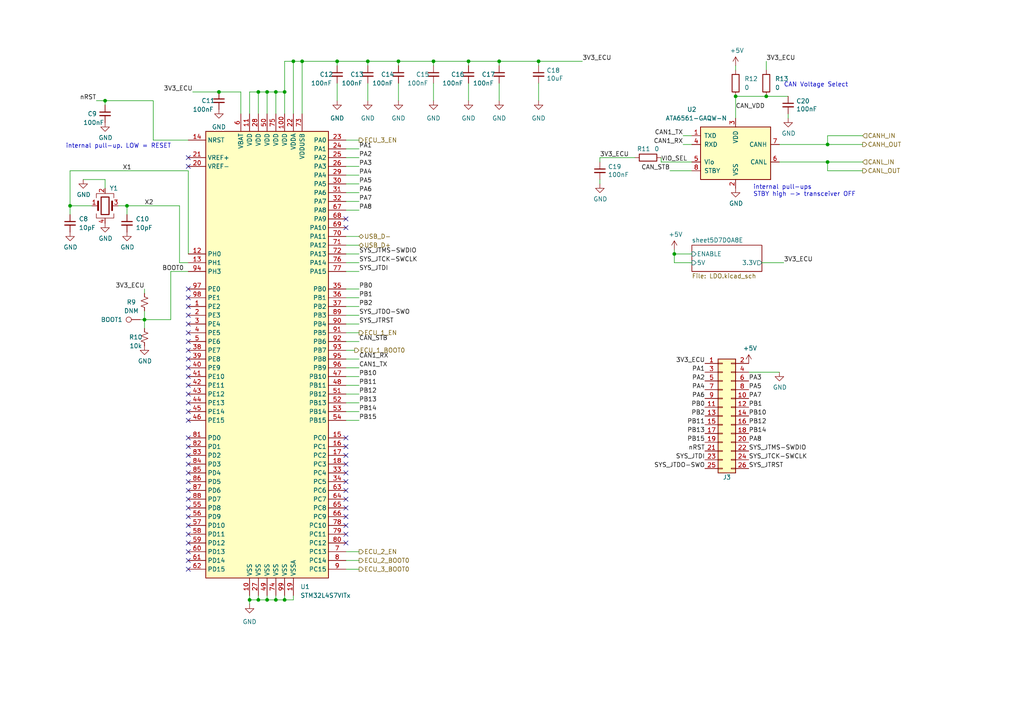
<source format=kicad_sch>
(kicad_sch (version 20211123) (generator eeschema)
  (paper "A4")
  (title_block (title "RAMN: Resistant Automotive Miniature Network V1.0") (date "2022-09-30") (rev "100Pin Variant") (company "Copyright (c) 2021 TOYOTA MOTOR CORPORATION. ALL RIGHTS RESERVED.") (comment 3 "License: CC BY-SA 4.0") (comment 4 "https://github.com/toyotainfotech/ramn"))
  (lib_symbols
    (symbol "Connector:TestPoint" (pin_numbers hide) (pin_names (offset 0.762) hide)
      (property "Reference" "TP" (at 0 6.858 0))
      (property "Value" "TestPoint" (at 0 5.08 0))
      (symbol "TestPoint_0_1"
        (circle (center 0 3.302) (radius 0.762))
      )
      (symbol "TestPoint_1_1"
        (pin passive line (at 0 0 90) (length 2.54) (name "1") (number "1"))
      )
    )
    (symbol "Connector_Generic:Conn_02x13_Odd_Even" (pin_names (offset 1.016) hide)
      (property "Reference" "J" (at 1.27 17.78 0))
      (property "Value" "Conn_02x13_Odd_Even" (at 1.27 -17.78 0))
      (symbol "Conn_02x13_Odd_Even_1_1"
        (rectangle (start -1.27 -15.113) (end 0 -15.367) (stroke (width 0.1524)))
        (rectangle (start -1.27 -12.573) (end 0 -12.827) (stroke (width 0.1524)))
        (rectangle (start -1.27 -10.033) (end 0 -10.287) (stroke (width 0.1524)))
        (rectangle (start -1.27 -7.493) (end 0 -7.747) (stroke (width 0.1524)))
        (rectangle (start -1.27 -4.953) (end 0 -5.207) (stroke (width 0.1524)))
        (rectangle (start -1.27 -2.413) (end 0 -2.667) (stroke (width 0.1524)))
        (rectangle (start -1.27 0.127) (end 0 -0.127) (stroke (width 0.1524)))
        (rectangle (start -1.27 2.667) (end 0 2.413) (stroke (width 0.1524)))
        (rectangle (start -1.27 5.207) (end 0 4.953) (stroke (width 0.1524)))
        (rectangle (start -1.27 7.747) (end 0 7.493) (stroke (width 0.1524)))
        (rectangle (start -1.27 10.287) (end 0 10.033) (stroke (width 0.1524)))
        (rectangle (start -1.27 12.827) (end 0 12.573) (stroke (width 0.1524)))
        (rectangle (start -1.27 15.367) (end 0 15.113) (stroke (width 0.1524)))
        (rectangle (start -1.27 16.51) (end 3.81 -16.51) (stroke (width 0.254)) (fill (type background)))
        (rectangle (start 3.81 -15.113) (end 2.54 -15.367) (stroke (width 0.1524)))
        (rectangle (start 3.81 -12.573) (end 2.54 -12.827) (stroke (width 0.1524)))
        (rectangle (start 3.81 -10.033) (end 2.54 -10.287) (stroke (width 0.1524)))
        (rectangle (start 3.81 -7.493) (end 2.54 -7.747) (stroke (width 0.1524)))
        (rectangle (start 3.81 -4.953) (end 2.54 -5.207) (stroke (width 0.1524)))
        (rectangle (start 3.81 -2.413) (end 2.54 -2.667) (stroke (width 0.1524)))
        (rectangle (start 3.81 0.127) (end 2.54 -0.127) (stroke (width 0.1524)))
        (rectangle (start 3.81 2.667) (end 2.54 2.413) (stroke (width 0.1524)))
        (rectangle (start 3.81 5.207) (end 2.54 4.953) (stroke (width 0.1524)))
        (rectangle (start 3.81 7.747) (end 2.54 7.493) (stroke (width 0.1524)))
        (rectangle (start 3.81 10.287) (end 2.54 10.033) (stroke (width 0.1524)))
        (rectangle (start 3.81 12.827) (end 2.54 12.573) (stroke (width 0.1524)))
        (rectangle (start 3.81 15.367) (end 2.54 15.113) (stroke (width 0.1524)))
        (pin passive line (at -5.08 15.24 0) (length 3.81) (name "Pin_1") (number "1"))
        (pin passive line (at 7.62 5.08 180) (length 3.81) (name "Pin_10") (number "10"))
        (pin passive line (at -5.08 2.54 0) (length 3.81) (name "Pin_11") (number "11"))
        (pin passive line (at 7.62 2.54 180) (length 3.81) (name "Pin_12") (number "12"))
        (pin passive line (at -5.08 0 0) (length 3.81) (name "Pin_13") (number "13"))
        (pin passive line (at 7.62 0 180) (length 3.81) (name "Pin_14") (number "14"))
        (pin passive line (at -5.08 -2.54 0) (length 3.81) (name "Pin_15") (number "15"))
        (pin passive line (at 7.62 -2.54 180) (length 3.81) (name "Pin_16") (number "16"))
        (pin passive line (at -5.08 -5.08 0) (length 3.81) (name "Pin_17") (number "17"))
        (pin passive line (at 7.62 -5.08 180) (length 3.81) (name "Pin_18") (number "18"))
        (pin passive line (at -5.08 -7.62 0) (length 3.81) (name "Pin_19") (number "19"))
        (pin passive line (at 7.62 15.24 180) (length 3.81) (name "Pin_2") (number "2"))
        (pin passive line (at 7.62 -7.62 180) (length 3.81) (name "Pin_20") (number "20"))
        (pin passive line (at -5.08 -10.16 0) (length 3.81) (name "Pin_21") (number "21"))
        (pin passive line (at 7.62 -10.16 180) (length 3.81) (name "Pin_22") (number "22"))
        (pin passive line (at -5.08 -12.7 0) (length 3.81) (name "Pin_23") (number "23"))
        (pin passive line (at 7.62 -12.7 180) (length 3.81) (name "Pin_24") (number "24"))
        (pin passive line (at -5.08 -15.24 0) (length 3.81) (name "Pin_25") (number "25"))
        (pin passive line (at 7.62 -15.24 180) (length 3.81) (name "Pin_26") (number "26"))
        (pin passive line (at -5.08 12.7 0) (length 3.81) (name "Pin_3") (number "3"))
        (pin passive line (at 7.62 12.7 180) (length 3.81) (name "Pin_4") (number "4"))
        (pin passive line (at -5.08 10.16 0) (length 3.81) (name "Pin_5") (number "5"))
        (pin passive line (at 7.62 10.16 180) (length 3.81) (name "Pin_6") (number "6"))
        (pin passive line (at -5.08 7.62 0) (length 3.81) (name "Pin_7") (number "7"))
        (pin passive line (at 7.62 7.62 180) (length 3.81) (name "Pin_8") (number "8"))
        (pin passive line (at -5.08 5.08 0) (length 3.81) (name "Pin_9") (number "9"))
      )
    )
    (symbol "Device:C_Small" (pin_numbers hide) (pin_names (offset 0.254) hide)
      (property "Reference" "C" (at 0.254 1.778 0))
      (property "Value" "C_Small" (at 0.254 -2.032 0))
      (symbol "C_Small_0_1"
        (polyline (pts (xy -1.524 -0.508) (xy 1.524 -0.508)) (stroke (width 0.3302)))
        (polyline (pts (xy -1.524 0.508) (xy 1.524 0.508)) (stroke (width 0.3048)))
      )
      (symbol "C_Small_1_1"
        (pin passive line (at 0 2.54 270) (length 2.032) (name "~") (number "1"))
        (pin passive line (at 0 -2.54 90) (length 2.032) (name "~") (number "2"))
      )
    )
    (symbol "Device:Crystal_GND24" (pin_names (offset 1.016) hide)
      (property "Reference" "Y" (at 3.175 5.08 0))
      (property "Value" "Crystal_GND24" (at 3.175 3.175 0))
      (symbol "Crystal_GND24_0_1"
        (rectangle (start -1.143 2.54) (end 1.143 -2.54) (stroke (width 0.3048)))
        (polyline (pts (xy -2.54 0) (xy -2.032 0)))
        (polyline (pts (xy -2.032 -1.27) (xy -2.032 1.27)) (stroke (width 0.508)))
        (polyline (pts (xy 0 -3.81) (xy 0 -3.556)))
        (polyline (pts (xy 0 3.556) (xy 0 3.81)))
        (polyline (pts (xy 2.032 -1.27) (xy 2.032 1.27)) (stroke (width 0.508)))
        (polyline (pts (xy 2.032 0) (xy 2.54 0)))
        (polyline (pts (xy -2.54 -2.286) (xy -2.54 -3.556) (xy 2.54 -3.556) (xy 2.54 -2.286)))
        (polyline (pts (xy -2.54 2.286) (xy -2.54 3.556) (xy 2.54 3.556) (xy 2.54 2.286)))
      )
      (symbol "Crystal_GND24_1_1"
        (pin passive line (at -3.81 0 0) (length 1.27) (name "1") (number "1"))
        (pin passive line (at 0 5.08 270) (length 1.27) (name "2") (number "2"))
        (pin passive line (at 3.81 0 180) (length 1.27) (name "3") (number "3"))
        (pin passive line (at 0 -5.08 90) (length 1.27) (name "4") (number "4"))
      )
    )
    (symbol "Device:R" (pin_numbers hide) (pin_names (offset 0))
      (property "Reference" "R" (at 2.032 0 90))
      (property "Value" "R" (at 0 0 90))
      (symbol "R_0_1"
        (rectangle (start -1.016 -2.54) (end 1.016 2.54) (stroke (width 0.254)))
      )
      (symbol "R_1_1"
        (pin passive line (at 0 3.81 270) (length 1.27) (name "~") (number "1"))
        (pin passive line (at 0 -3.81 90) (length 1.27) (name "~") (number "2"))
      )
    )
    (symbol "Device:R_Small_US" (pin_numbers hide) (pin_names (offset 0.254) hide)
      (property "Reference" "R" (at 0.762 0.508 0))
      (property "Value" "R_Small_US" (at 0.762 -1.016 0))
      (symbol "R_Small_US_1_1"
        (polyline (pts (xy 0 0) (xy 1.016 -0.381) (xy 0 -0.762) (xy -1.016 -1.143) (xy 0 -1.524)))
        (polyline (pts (xy 0 1.524) (xy 1.016 1.143) (xy 0 0.762) (xy -1.016 0.381) (xy 0 0)))
        (pin passive line (at 0 2.54 270) (length 1.016) (name "~") (number "1"))
        (pin passive line (at 0 -2.54 90) (length 1.016) (name "~") (number "2"))
      )
    )
    (symbol "Interface_CAN_LIN:MCP2562-E-SN" (pin_names (offset 1.016))
      (property "Reference" "U" (at -10.16 8.89 0))
      (property "Value" "MCP2562-E-SN" (at 2.54 8.89 0))
      (symbol "MCP2562-E-SN_0_1"
        (rectangle (start -10.16 7.62) (end 10.16 -7.62) (stroke (width 0.254)) (fill (type background)))
      )
      (symbol "MCP2562-E-SN_1_1"
        (pin input line (at -12.7 5.08 0) (length 2.54) (name "TXD") (number "1"))
        (pin power_in line (at 0 -10.16 90) (length 2.54) (name "VSS") (number "2"))
        (pin power_in line (at 0 10.16 270) (length 2.54) (name "VDD") (number "3"))
        (pin output line (at -12.7 2.54 0) (length 2.54) (name "RXD") (number "4"))
        (pin power_in line (at -12.7 -2.54 0) (length 2.54) (name "Vio") (number "5"))
        (pin bidirectional line (at 12.7 -2.54 180) (length 2.54) (name "CANL") (number "6"))
        (pin bidirectional line (at 12.7 2.54 180) (length 2.54) (name "CANH") (number "7"))
        (pin input line (at -12.7 -5.08 0) (length 2.54) (name "STBY") (number "8"))
      )
    )
    (symbol "MCU_ST_STM32L4+:STM32L4S7VITx"
      (property "Reference" "U" (at -17.78 64.77 0))
      (property "Value" "STM32L4S7VITx" (at 12.7 64.77 0))
      (symbol "STM32L4S7VITx_0_1"
        (rectangle (start -17.78 -66.04) (end 17.78 63.5) (stroke (width 0.254)) (fill (type background)))
      )
      (symbol "STM32L4S7VITx_1_1"
        (pin bidirectional line (at -22.86 12.7 0) (length 5.08) (name "PE2") (number "1"))
        (pin power_in line (at -5.08 -71.12 90) (length 5.08) (name "VSS") (number "10"))
        (pin power_in line (at 5.08 68.58 270) (length 5.08) (name "VDD") (number "100"))
        (pin power_in line (at -5.08 68.58 270) (length 5.08) (name "VDD") (number "11"))
        (pin input line (at -22.86 27.94 0) (length 5.08) (name "PH0") (number "12"))
        (pin input line (at -22.86 25.4 0) (length 5.08) (name "PH1") (number "13"))
        (pin input line (at -22.86 60.96 0) (length 5.08) (name "NRST") (number "14"))
        (pin bidirectional line (at 22.86 -25.4 180) (length 5.08) (name "PC0") (number "15"))
        (pin bidirectional line (at 22.86 -27.94 180) (length 5.08) (name "PC1") (number "16"))
        (pin bidirectional line (at 22.86 -30.48 180) (length 5.08) (name "PC2") (number "17"))
        (pin bidirectional line (at 22.86 -33.02 180) (length 5.08) (name "PC3") (number "18"))
        (pin power_in line (at 7.62 -71.12 90) (length 5.08) (name "VSSA") (number "19"))
        (pin bidirectional line (at -22.86 10.16 0) (length 5.08) (name "PE3") (number "2"))
        (pin power_in line (at -22.86 53.34 0) (length 5.08) (name "VREF-") (number "20"))
        (pin bidirectional line (at -22.86 55.88 0) (length 5.08) (name "VREF+") (number "21"))
        (pin power_in line (at 7.62 68.58 270) (length 5.08) (name "VDDA") (number "22"))
        (pin bidirectional line (at 22.86 60.96 180) (length 5.08) (name "PA0") (number "23"))
        (pin bidirectional line (at 22.86 58.42 180) (length 5.08) (name "PA1") (number "24"))
        (pin bidirectional line (at 22.86 55.88 180) (length 5.08) (name "PA2") (number "25"))
        (pin bidirectional line (at 22.86 53.34 180) (length 5.08) (name "PA3") (number "26"))
        (pin power_in line (at -2.54 -71.12 90) (length 5.08) (name "VSS") (number "27"))
        (pin power_in line (at -2.54 68.58 270) (length 5.08) (name "VDD") (number "28"))
        (pin bidirectional line (at 22.86 50.8 180) (length 5.08) (name "PA4") (number "29"))
        (pin bidirectional line (at -22.86 7.62 0) (length 5.08) (name "PE4") (number "3"))
        (pin bidirectional line (at 22.86 48.26 180) (length 5.08) (name "PA5") (number "30"))
        (pin bidirectional line (at 22.86 45.72 180) (length 5.08) (name "PA6") (number "31"))
        (pin bidirectional line (at 22.86 43.18 180) (length 5.08) (name "PA7") (number "32"))
        (pin bidirectional line (at 22.86 -35.56 180) (length 5.08) (name "PC4") (number "33"))
        (pin bidirectional line (at 22.86 -38.1 180) (length 5.08) (name "PC5") (number "34"))
        (pin bidirectional line (at 22.86 17.78 180) (length 5.08) (name "PB0") (number "35"))
        (pin bidirectional line (at 22.86 15.24 180) (length 5.08) (name "PB1") (number "36"))
        (pin bidirectional line (at 22.86 12.7 180) (length 5.08) (name "PB2") (number "37"))
        (pin bidirectional line (at -22.86 0 0) (length 5.08) (name "PE7") (number "38"))
        (pin bidirectional line (at -22.86 -2.54 0) (length 5.08) (name "PE8") (number "39"))
        (pin bidirectional line (at -22.86 5.08 0) (length 5.08) (name "PE5") (number "4"))
        (pin bidirectional line (at -22.86 -5.08 0) (length 5.08) (name "PE9") (number "40"))
        (pin bidirectional line (at -22.86 -7.62 0) (length 5.08) (name "PE10") (number "41"))
        (pin bidirectional line (at -22.86 -10.16 0) (length 5.08) (name "PE11") (number "42"))
        (pin bidirectional line (at -22.86 -12.7 0) (length 5.08) (name "PE12") (number "43"))
        (pin bidirectional line (at -22.86 -15.24 0) (length 5.08) (name "PE13") (number "44"))
        (pin bidirectional line (at -22.86 -17.78 0) (length 5.08) (name "PE14") (number "45"))
        (pin bidirectional line (at -22.86 -20.32 0) (length 5.08) (name "PE15") (number "46"))
        (pin bidirectional line (at 22.86 -7.62 180) (length 5.08) (name "PB10") (number "47"))
        (pin bidirectional line (at 22.86 -10.16 180) (length 5.08) (name "PB11") (number "48"))
        (pin power_in line (at 0 -71.12 90) (length 5.08) (name "VSS") (number "49"))
        (pin bidirectional line (at -22.86 2.54 0) (length 5.08) (name "PE6") (number "5"))
        (pin power_in line (at 0 68.58 270) (length 5.08) (name "VDD") (number "50"))
        (pin bidirectional line (at 22.86 -12.7 180) (length 5.08) (name "PB12") (number "51"))
        (pin bidirectional line (at 22.86 -15.24 180) (length 5.08) (name "PB13") (number "52"))
        (pin bidirectional line (at 22.86 -17.78 180) (length 5.08) (name "PB14") (number "53"))
        (pin bidirectional line (at 22.86 -20.32 180) (length 5.08) (name "PB15") (number "54"))
        (pin bidirectional line (at -22.86 -45.72 0) (length 5.08) (name "PD8") (number "55"))
        (pin bidirectional line (at -22.86 -48.26 0) (length 5.08) (name "PD9") (number "56"))
        (pin bidirectional line (at -22.86 -50.8 0) (length 5.08) (name "PD10") (number "57"))
        (pin bidirectional line (at -22.86 -53.34 0) (length 5.08) (name "PD11") (number "58"))
        (pin bidirectional line (at -22.86 -55.88 0) (length 5.08) (name "PD12") (number "59"))
        (pin power_in line (at -7.62 68.58 270) (length 5.08) (name "VBAT") (number "6"))
        (pin bidirectional line (at -22.86 -58.42 0) (length 5.08) (name "PD13") (number "60"))
        (pin bidirectional line (at -22.86 -60.96 0) (length 5.08) (name "PD14") (number "61"))
        (pin bidirectional line (at -22.86 -63.5 0) (length 5.08) (name "PD15") (number "62"))
        (pin bidirectional line (at 22.86 -40.64 180) (length 5.08) (name "PC6") (number "63"))
        (pin bidirectional line (at 22.86 -43.18 180) (length 5.08) (name "PC7") (number "64"))
        (pin bidirectional line (at 22.86 -45.72 180) (length 5.08) (name "PC8") (number "65"))
        (pin bidirectional line (at 22.86 -48.26 180) (length 5.08) (name "PC9") (number "66"))
        (pin bidirectional line (at 22.86 40.64 180) (length 5.08) (name "PA8") (number "67"))
        (pin bidirectional line (at 22.86 38.1 180) (length 5.08) (name "PA9") (number "68"))
        (pin bidirectional line (at 22.86 35.56 180) (length 5.08) (name "PA10") (number "69"))
        (pin bidirectional line (at 22.86 -58.42 180) (length 5.08) (name "PC13") (number "7"))
        (pin bidirectional line (at 22.86 33.02 180) (length 5.08) (name "PA11") (number "70"))
        (pin bidirectional line (at 22.86 30.48 180) (length 5.08) (name "PA12") (number "71"))
        (pin bidirectional line (at 22.86 27.94 180) (length 5.08) (name "PA13") (number "72"))
        (pin power_in line (at 10.16 68.58 270) (length 5.08) (name "VDDUSB") (number "73"))
        (pin power_in line (at 2.54 -71.12 90) (length 5.08) (name "VSS") (number "74"))
        (pin power_in line (at 2.54 68.58 270) (length 5.08) (name "VDD") (number "75"))
        (pin bidirectional line (at 22.86 25.4 180) (length 5.08) (name "PA14") (number "76"))
        (pin bidirectional line (at 22.86 22.86 180) (length 5.08) (name "PA15") (number "77"))
        (pin bidirectional line (at 22.86 -50.8 180) (length 5.08) (name "PC10") (number "78"))
        (pin bidirectional line (at 22.86 -53.34 180) (length 5.08) (name "PC11") (number "79"))
        (pin bidirectional line (at 22.86 -60.96 180) (length 5.08) (name "PC14") (number "8"))
        (pin bidirectional line (at 22.86 -55.88 180) (length 5.08) (name "PC12") (number "80"))
        (pin bidirectional line (at -22.86 -25.4 0) (length 5.08) (name "PD0") (number "81"))
        (pin bidirectional line (at -22.86 -27.94 0) (length 5.08) (name "PD1") (number "82"))
        (pin bidirectional line (at -22.86 -30.48 0) (length 5.08) (name "PD2") (number "83"))
        (pin bidirectional line (at -22.86 -33.02 0) (length 5.08) (name "PD3") (number "84"))
        (pin bidirectional line (at -22.86 -35.56 0) (length 5.08) (name "PD4") (number "85"))
        (pin bidirectional line (at -22.86 -38.1 0) (length 5.08) (name "PD5") (number "86"))
        (pin bidirectional line (at -22.86 -40.64 0) (length 5.08) (name "PD6") (number "87"))
        (pin bidirectional line (at -22.86 -43.18 0) (length 5.08) (name "PD7") (number "88"))
        (pin bidirectional line (at 22.86 10.16 180) (length 5.08) (name "PB3") (number "89"))
        (pin bidirectional line (at 22.86 -63.5 180) (length 5.08) (name "PC15") (number "9"))
        (pin bidirectional line (at 22.86 7.62 180) (length 5.08) (name "PB4") (number "90"))
        (pin bidirectional line (at 22.86 5.08 180) (length 5.08) (name "PB5") (number "91"))
        (pin bidirectional line (at 22.86 2.54 180) (length 5.08) (name "PB6") (number "92"))
        (pin bidirectional line (at 22.86 0 180) (length 5.08) (name "PB7") (number "93"))
        (pin bidirectional line (at -22.86 22.86 0) (length 5.08) (name "PH3") (number "94"))
        (pin bidirectional line (at 22.86 -2.54 180) (length 5.08) (name "PB8") (number "95"))
        (pin bidirectional line (at 22.86 -5.08 180) (length 5.08) (name "PB9") (number "96"))
        (pin bidirectional line (at -22.86 17.78 0) (length 5.08) (name "PE0") (number "97"))
        (pin bidirectional line (at -22.86 15.24 0) (length 5.08) (name "PE1") (number "98"))
        (pin power_in line (at 5.08 -71.12 90) (length 5.08) (name "VSS") (number "99"))
      )
    )
    (symbol "power:+5V" (power) (pin_names (offset 0))
      (property "Value" "+5V" (at 0 3.556 0))
      (symbol "+5V_0_1"
        (polyline (pts (xy -0.762 1.27) (xy 0 2.54)))
        (polyline (pts (xy 0 0) (xy 0 2.54)))
        (polyline (pts (xy 0 2.54) (xy 0.762 1.27)))
      )
      (symbol "+5V_1_1"
        (pin power_in line (at 0 0 90) (length 0) hide (name "+5V") (number "1"))
      )
    )
    (symbol "power:GND" (power) (pin_names (offset 0))
      (property "Value" "GND" (at 0 -3.81 0))
      (symbol "GND_0_1"
        (polyline (pts (xy 0 0) (xy 0 -1.27) (xy 1.27 -1.27) (xy 0 -2.54) (xy -1.27 -1.27) (xy 0 -1.27)))
      )
      (symbol "GND_1_1"
        (pin power_in line (at 0 0 270) (length 0) hide (name "GND") (number "1"))
      )
    )
  )
  (junction (at 213.36 27.94))
  (junction (at 63.5 26.67))
  (junction (at 144.78 17.78))
  (junction (at 36.83 59.69))
  (junction (at 195.58 73.66))
  (junction (at 30.48 29.21))
  (junction (at 72.39 173.99))
  (junction (at 115.57 17.78))
  (junction (at 77.47 26.67))
  (junction (at 80.01 26.67))
  (junction (at 82.55 26.67))
  (junction (at 240.03 41.91))
  (junction (at 74.93 173.99))
  (junction (at 156.21 17.78))
  (junction (at 20.32 59.69))
  (junction (at 135.89 17.78))
  (junction (at 97.79 17.78))
  (junction (at 222.25 27.94))
  (junction (at 125.73 17.78))
  (junction (at 74.93 26.67))
  (junction (at 87.63 17.78))
  (junction (at 240.03 46.99))
  (junction (at 77.47 173.99))
  (junction (at 41.91 92.71))
  (junction (at 85.09 17.78))
  (junction (at 80.01 173.99))
  (junction (at 82.55 173.99))
  (junction (at 106.68 17.78))
  (no_connect (at 100.33 127))
  (no_connect (at 100.33 129.54))
  (no_connect (at 54.61 165.1))
  (no_connect (at 54.61 93.98))
  (no_connect (at 54.61 91.44))
  (no_connect (at 54.61 88.9))
  (no_connect (at 54.61 86.36))
  (no_connect (at 54.61 83.82))
  (no_connect (at 100.33 144.78))
  (no_connect (at 100.33 147.32))
  (no_connect (at 100.33 149.86))
  (no_connect (at 100.33 152.4))
  (no_connect (at 100.33 132.08))
  (no_connect (at 100.33 134.62))
  (no_connect (at 100.33 137.16))
  (no_connect (at 100.33 139.7))
  (no_connect (at 100.33 142.24))
  (no_connect (at 54.61 134.62))
  (no_connect (at 54.61 132.08))
  (no_connect (at 54.61 129.54))
  (no_connect (at 54.61 127))
  (no_connect (at 54.61 121.92))
  (no_connect (at 54.61 119.38))
  (no_connect (at 54.61 116.84))
  (no_connect (at 54.61 114.3))
  (no_connect (at 54.61 111.76))
  (no_connect (at 54.61 109.22))
  (no_connect (at 54.61 106.68))
  (no_connect (at 54.61 104.14))
  (no_connect (at 54.61 101.6))
  (no_connect (at 54.61 99.06))
  (no_connect (at 54.61 96.52))
  (no_connect (at 100.33 154.94))
  (no_connect (at 100.33 157.48))
  (no_connect (at 54.61 157.48))
  (no_connect (at 54.61 154.94))
  (no_connect (at 54.61 147.32))
  (no_connect (at 54.61 144.78))
  (no_connect (at 54.61 142.24))
  (no_connect (at 54.61 139.7))
  (no_connect (at 54.61 137.16))
  (no_connect (at 54.61 162.56))
  (no_connect (at 54.61 160.02))
  (no_connect (at 54.61 152.4))
  (no_connect (at 54.61 149.86))
  (no_connect (at 54.61 48.26))
  (no_connect (at 54.61 45.72))
  (no_connect (at 100.33 63.5))
  (no_connect (at 100.33 66.04))
  (wire (pts (xy 77.47 173.99) (xy 74.93 173.99)))
  (wire (pts (xy 173.99 45.72) (xy 184.15 45.72)))
  (wire (pts (xy 100.33 45.72) (xy 104.14 45.72)))
  (wire (pts (xy 69.85 33.02) (xy 69.85 26.67)))
  (wire (pts (xy 72.39 172.72) (xy 72.39 173.99)))
  (wire (pts (xy 97.79 24.13) (xy 97.79 29.21)))
  (wire (pts (xy 115.57 19.05) (xy 115.57 17.78)))
  (wire (pts (xy 20.32 49.53) (xy 20.32 59.69)))
  (wire (pts (xy 100.33 48.26) (xy 104.14 48.26)))
  (wire (pts (xy 100.33 78.74) (xy 104.14 78.74)))
  (wire (pts (xy 80.01 172.72) (xy 80.01 173.99)))
  (wire (pts (xy 36.83 59.69) (xy 36.83 62.23)))
  (wire (pts (xy 240.03 41.91) (xy 240.03 39.37)))
  (wire (pts (xy 135.89 24.13) (xy 135.89 29.21)))
  (wire (pts (xy 240.03 49.53) (xy 250.19 49.53)))
  (wire (pts (xy 220.98 76.2) (xy 227.33 76.2)))
  (wire (pts (xy 100.33 50.8) (xy 104.14 50.8)))
  (wire (pts (xy 87.63 17.78) (xy 87.63 33.02)))
  (wire (pts (xy 100.33 58.42) (xy 104.14 58.42)))
  (wire (pts (xy 240.03 39.37) (xy 250.19 39.37)))
  (wire (pts (xy 54.61 76.2) (xy 52.07 76.2)))
  (wire (pts (xy 54.61 73.66) (xy 54.61 49.53)))
  (wire (pts (xy 97.79 17.78) (xy 87.63 17.78)))
  (wire (pts (xy 54.61 49.53) (xy 20.32 49.53)))
  (wire (pts (xy 30.48 30.48) (xy 30.48 29.21)))
  (wire (pts (xy 222.25 17.78) (xy 222.25 20.32)))
  (wire (pts (xy 77.47 172.72) (xy 77.47 173.99)))
  (wire (pts (xy 100.33 162.56) (xy 104.14 162.56)))
  (wire (pts (xy 156.21 19.05) (xy 156.21 17.78)))
  (wire (pts (xy 97.79 17.78) (xy 106.68 17.78)))
  (wire (pts (xy 100.33 101.6) (xy 102.87 101.6)))
  (wire (pts (xy 100.33 111.76) (xy 104.14 111.76)))
  (wire (pts (xy 191.77 46.99) (xy 191.77 45.72)))
  (wire (pts (xy 195.58 76.2) (xy 200.66 76.2)))
  (wire (pts (xy 87.63 17.78) (xy 85.09 17.78)))
  (wire (pts (xy 200.66 73.66) (xy 195.58 73.66)))
  (wire (pts (xy 82.55 17.78) (xy 82.55 26.67)))
  (wire (pts (xy 100.33 53.34) (xy 104.14 53.34)))
  (wire (pts (xy 100.33 114.3) (xy 104.14 114.3)))
  (wire (pts (xy 106.68 24.13) (xy 106.68 29.21)))
  (wire (pts (xy 85.09 173.99) (xy 82.55 173.99)))
  (wire (pts (xy 100.33 60.96) (xy 104.14 60.96)))
  (wire (pts (xy 100.33 104.14) (xy 104.14 104.14)))
  (wire (pts (xy 49.53 78.74) (xy 54.61 78.74)))
  (wire (pts (xy 100.33 71.12) (xy 104.14 71.12)))
  (wire (pts (xy 100.33 43.18) (xy 104.14 43.18)))
  (wire (pts (xy 80.01 26.67) (xy 82.55 26.67)))
  (wire (pts (xy 100.33 160.02) (xy 104.14 160.02)))
  (wire (pts (xy 200.66 46.99) (xy 191.77 46.99)))
  (wire (pts (xy 30.48 29.21) (xy 27.94 29.21)))
  (wire (pts (xy 240.03 46.99) (xy 250.19 46.99)))
  (wire (pts (xy 82.55 172.72) (xy 82.55 173.99)))
  (wire (pts (xy 69.85 26.67) (xy 63.5 26.67)))
  (wire (pts (xy 77.47 33.02) (xy 77.47 26.67)))
  (wire (pts (xy 30.48 52.07) (xy 30.48 54.61)))
  (wire (pts (xy 156.21 17.78) (xy 168.91 17.78)))
  (wire (pts (xy 44.45 40.64) (xy 54.61 40.64)))
  (wire (pts (xy 80.01 173.99) (xy 77.47 173.99)))
  (wire (pts (xy 74.93 26.67) (xy 77.47 26.67)))
  (wire (pts (xy 195.58 73.66) (xy 195.58 76.2)))
  (wire (pts (xy 100.33 55.88) (xy 104.14 55.88)))
  (wire (pts (xy 72.39 173.99) (xy 72.39 175.26)))
  (wire (pts (xy 72.39 33.02) (xy 72.39 26.67)))
  (wire (pts (xy 30.48 29.21) (xy 44.45 29.21)))
  (wire (pts (xy 135.89 17.78) (xy 125.73 17.78)))
  (wire (pts (xy 226.06 41.91) (xy 240.03 41.91)))
  (wire (pts (xy 198.12 41.91) (xy 200.66 41.91)))
  (wire (pts (xy 144.78 17.78) (xy 144.78 19.05)))
  (wire (pts (xy 100.33 88.9) (xy 104.14 88.9)))
  (wire (pts (xy 195.58 72.39) (xy 195.58 73.66)))
  (wire (pts (xy 222.25 27.94) (xy 228.6 27.94)))
  (wire (pts (xy 80.01 33.02) (xy 80.01 26.67)))
  (wire (pts (xy 100.33 119.38) (xy 104.14 119.38)))
  (wire (pts (xy 125.73 24.13) (xy 125.73 29.21)))
  (wire (pts (xy 100.33 116.84) (xy 104.14 116.84)))
  (wire (pts (xy 72.39 26.67) (xy 74.93 26.67)))
  (wire (pts (xy 240.03 41.91) (xy 250.19 41.91)))
  (wire (pts (xy 41.91 92.71) (xy 41.91 95.25)))
  (wire (pts (xy 74.93 173.99) (xy 72.39 173.99)))
  (wire (pts (xy 49.53 92.71) (xy 41.91 92.71)))
  (wire (pts (xy 41.91 83.82) (xy 41.91 85.09)))
  (wire (pts (xy 115.57 17.78) (xy 125.73 17.78)))
  (wire (pts (xy 156.21 24.13) (xy 156.21 29.21)))
  (wire (pts (xy 85.09 172.72) (xy 85.09 173.99)))
  (wire (pts (xy 135.89 17.78) (xy 144.78 17.78)))
  (wire (pts (xy 100.33 165.1) (xy 104.14 165.1)))
  (wire (pts (xy 100.33 68.58) (xy 104.14 68.58)))
  (wire (pts (xy 52.07 59.69) (xy 36.83 59.69)))
  (wire (pts (xy 44.45 29.21) (xy 44.45 40.64)))
  (wire (pts (xy 82.55 33.02) (xy 82.55 26.67)))
  (wire (pts (xy 74.93 172.72) (xy 74.93 173.99)))
  (wire (pts (xy 217.17 107.95) (xy 226.06 107.95)))
  (wire (pts (xy 213.36 27.94) (xy 222.25 27.94)))
  (wire (pts (xy 213.36 19.05) (xy 213.36 20.32)))
  (wire (pts (xy 74.93 33.02) (xy 74.93 26.67)))
  (wire (pts (xy 226.06 46.99) (xy 240.03 46.99)))
  (wire (pts (xy 77.47 26.67) (xy 80.01 26.67)))
  (wire (pts (xy 198.12 39.37) (xy 200.66 39.37)))
  (wire (pts (xy 100.33 86.36) (xy 104.14 86.36)))
  (wire (pts (xy 85.09 17.78) (xy 85.09 33.02)))
  (wire (pts (xy 106.68 17.78) (xy 115.57 17.78)))
  (wire (pts (xy 82.55 173.99) (xy 80.01 173.99)))
  (wire (pts (xy 100.33 83.82) (xy 104.14 83.82)))
  (wire (pts (xy 200.66 49.53) (xy 194.31 49.53)))
  (wire (pts (xy 97.79 19.05) (xy 97.79 17.78)))
  (wire (pts (xy 173.99 45.72) (xy 173.99 46.99)))
  (wire (pts (xy 41.91 92.71) (xy 40.64 92.71)))
  (wire (pts (xy 135.89 19.05) (xy 135.89 17.78)))
  (wire (pts (xy 52.07 76.2) (xy 52.07 59.69)))
  (wire (pts (xy 100.33 106.68) (xy 104.14 106.68)))
  (wire (pts (xy 125.73 17.78) (xy 125.73 19.05)))
  (wire (pts (xy 100.33 99.06) (xy 104.14 99.06)))
  (wire (pts (xy 49.53 78.74) (xy 49.53 92.71)))
  (wire (pts (xy 228.6 33.02) (xy 228.6 34.29)))
  (wire (pts (xy 85.09 17.78) (xy 82.55 17.78)))
  (wire (pts (xy 100.33 76.2) (xy 104.14 76.2)))
  (wire (pts (xy 100.33 73.66) (xy 104.14 73.66)))
  (wire (pts (xy 213.36 27.94) (xy 213.36 34.29)))
  (wire (pts (xy 55.88 26.67) (xy 63.5 26.67)))
  (wire (pts (xy 34.29 59.69) (xy 36.83 59.69)))
  (wire (pts (xy 100.33 96.52) (xy 104.14 96.52)))
  (wire (pts (xy 24.13 52.07) (xy 30.48 52.07)))
  (wire (pts (xy 115.57 24.13) (xy 115.57 29.21)))
  (wire (pts (xy 100.33 40.64) (xy 104.14 40.64)))
  (wire (pts (xy 100.33 93.98) (xy 104.14 93.98)))
  (wire (pts (xy 41.91 90.17) (xy 41.91 92.71)))
  (wire (pts (xy 173.99 52.07) (xy 173.99 53.34)))
  (wire (pts (xy 20.32 59.69) (xy 26.67 59.69)))
  (wire (pts (xy 100.33 121.92) (xy 104.14 121.92)))
  (wire (pts (xy 144.78 24.13) (xy 144.78 29.21)))
  (wire (pts (xy 100.33 91.44) (xy 104.14 91.44)))
  (wire (pts (xy 144.78 17.78) (xy 156.21 17.78)))
  (wire (pts (xy 106.68 19.05) (xy 106.68 17.78)))
  (wire (pts (xy 100.33 109.22) (xy 104.14 109.22)))
  (wire (pts (xy 240.03 49.53) (xy 240.03 46.99)))
  (wire (pts (xy 20.32 59.69) (xy 20.32 62.23)))
  (text "internal pull-ups\nSTBY high -> transceiver OFF" (at 218.44 57.15 0) (effects (font (size 1.27 1.27)) (justify left bottom)))
  (text "CAN Voltage Select" (at 227.33 25.4 0) (effects (font (size 1.27 1.27)) (justify left bottom)))
  (text "internal pull-up. LOW = RESET" (at 19.05 43.18 0) (effects (font (size 1.27 1.27)) (justify left bottom)))
  (label "PB0" (at 204.47 118.11 180))
  (label "VIO_SEL" (at 191.77 46.99 0))
  (label "3V3_ECU" (at 204.47 105.41 180))
  (label "PA5" (at 104.14 53.34 0))
  (label "PA3" (at 104.14 48.26 0))
  (label "PA6" (at 104.14 55.88 0))
  (label "PA3" (at 217.17 110.49 0))
  (label "nRST" (at 27.94 29.21 180))
  (label "PA4" (at 204.47 113.03 180))
  (label "3V3_ECU" (at 55.88 26.67 180))
  (label "PA7" (at 104.14 58.42 0))
  (label "CAN1_RX" (at 104.14 104.14 0))
  (label "3V3_ECU" (at 222.25 17.78 0))
  (label "PA4" (at 104.14 50.8 0))
  (label "PB12" (at 217.17 123.19 0))
  (label "PB15" (at 204.47 128.27 180))
  (label "PA2" (at 104.14 45.72 0))
  (label "CAN1_TX" (at 104.14 106.68 0))
  (label "PA1" (at 104.14 43.18 0))
  (label "PB11" (at 204.47 123.19 180))
  (label "PB11" (at 104.14 111.76 0))
  (label "SYS_JTCK-SWCLK" (at 217.17 133.35 0))
  (label "SYS_JTCK-SWCLK" (at 104.14 76.2 0))
  (label "nRST" (at 204.47 130.81 180))
  (label "PA2" (at 204.47 110.49 180))
  (label "BOOT0" (at 53.34 78.74 180))
  (label "PA6" (at 204.47 115.57 180))
  (label "PB14" (at 217.17 125.73 0))
  (label "PB2" (at 104.14 88.9 0))
  (label "SYS_JTMS-SWDIO" (at 104.14 73.66 0))
  (label "PB13" (at 104.14 116.84 0))
  (label "CAN_VDD" (at 213.36 31.75 0))
  (label "CAN_STB" (at 194.31 49.53 180))
  (label "SYS_JTDI" (at 104.14 78.74 0))
  (label "PB15" (at 104.14 121.92 0))
  (label "X2" (at 41.91 59.69 0))
  (label "SYS_JTRST" (at 217.17 135.89 0))
  (label "SYS_JTMS-SWDIO" (at 217.17 130.81 0))
  (label "PB1" (at 217.17 118.11 0))
  (label "3V3_ECU" (at 41.91 83.82 180))
  (label "3V3_ECU" (at 168.91 17.78 0))
  (label "PA8" (at 104.14 60.96 0))
  (label "SYS_JTDO-SWO" (at 204.47 135.89 180))
  (label "PB10" (at 217.17 120.65 0))
  (label "PB1" (at 104.14 86.36 0))
  (label "PB12" (at 104.14 114.3 0))
  (label "3V3_ECU" (at 173.99 45.72 0))
  (label "3V3_ECU" (at 227.33 76.2 0))
  (label "PB2" (at 204.47 120.65 180))
  (label "SYS_JTDI" (at 204.47 133.35 180))
  (label "PB0" (at 104.14 83.82 0))
  (label "SYS_JTDO-SWO" (at 104.14 91.44 0))
  (label "CAN1_TX" (at 198.12 39.37 180))
  (label "PA1" (at 204.47 107.95 180))
  (label "CAN1_RX" (at 198.12 41.91 180))
  (label "SYS_JTRST" (at 104.14 93.98 0))
  (label "PA7" (at 217.17 115.57 0))
  (label "CAN_STB" (at 104.14 99.06 0))
  (label "PB13" (at 204.47 125.73 180))
  (label "PA8" (at 217.17 128.27 0))
  (label "PA5" (at 217.17 113.03 0))
  (label "PB14" (at 104.14 119.38 0))
  (label "X1" (at 35.56 49.53 0))
  (label "PB10" (at 104.14 109.22 0))
  (hierarchical_label "CANL_IN" (shape input) (at 250.19 46.99 0))
  (hierarchical_label "CANH_IN" (shape input) (at 250.19 39.37 0))
  (hierarchical_label "CANL_OUT" (shape output) (at 250.19 49.53 0))
  (hierarchical_label "ECU_2_EN" (shape output) (at 104.14 160.02 0))
  (hierarchical_label "ECU_1_BOOT0" (shape output) (at 102.87 101.6 0))
  (hierarchical_label "CANH_OUT" (shape output) (at 250.19 41.91 0))
  (hierarchical_label "ECU_3_EN" (shape output) (at 104.14 40.64 0))
  (hierarchical_label "ECU_1_EN" (shape output) (at 104.14 96.52 0))
  (hierarchical_label "ECU_3_BOOT0" (shape output) (at 104.14 165.1 0))
  (hierarchical_label "USB_D-" (shape bidirectional) (at 104.14 68.58 0))
  (hierarchical_label "USB_D+" (shape bidirectional) (at 104.14 71.12 0))
  (hierarchical_label "ECU_2_BOOT0" (shape output) (at 104.14 162.56 0))
  (symbol (lib_id "power:+5V") (at 195.58 72.39 0) (unit 1)
    (property "Reference" "#PWR024" (effects hide))
    (property "Value" "+5V" (at 195.961 67.9958 0))
  )
  (symbol (lib_id "power:GND") (at 226.06 107.95 0) (unit 1)
    (property "Reference" "#PWR028" (effects hide))
    (property "Value" "GND" (at 226.187 112.3442 0))
  )
  (symbol (lib_id "power:+5V") (at 217.17 105.41 0) (unit 1)
    (property "Reference" "#PWR027" (effects hide))
    (property "Value" "+5V" (at 217.551 101.0158 0))
  )
  (symbol (lib_id "Device:C_Small") (at 30.48 33.02 0) (unit 1)
    (property "Reference" "C9" (at 25.4 33.02 0) (effects (justify left)))
    (property "Value" "100nF" (at 24.13 35.56 0) (effects (justify left)))
    (property "Footprint" "Capacitor_SMD:C_0603_1608Metric_Pad1.08x0.95mm_HandSolder" (effects hide))
  )
  (symbol (lib_id "power:GND") (at 30.48 35.56 0) (unit 1)
    (property "Reference" "#PWR010" (effects hide))
    (property "Value" "GND" (at 30.607 39.9542 0))
  )
  (symbol (lib_id "Device:C_Small") (at 20.32 64.77 0) (unit 1)
    (property "Reference" "C8" (at 22.86 63.5 0) (effects (justify left)))
    (property "Value" "10pF" (at 22.86 66.04 0) (effects (justify left)))
    (property "Footprint" "Capacitor_SMD:C_0603_1608Metric_Pad1.08x0.95mm_HandSolder" (effects hide))
  )
  (symbol (lib_id "Device:C_Small") (at 36.83 64.77 0) (unit 1)
    (property "Reference" "C10" (at 39.37 63.5 0) (effects (justify left)))
    (property "Value" "10pF" (at 39.37 66.04 0) (effects (justify left)))
    (property "Footprint" "Capacitor_SMD:C_0603_1608Metric_Pad1.08x0.95mm_HandSolder" (effects hide))
  )
  (symbol (lib_id "power:GND") (at 36.83 67.31 0) (unit 1)
    (property "Reference" "#PWR012" (effects hide))
    (property "Value" "GND" (at 36.957 71.7042 0))
  )
  (symbol (lib_id "power:GND") (at 20.32 67.31 0) (unit 1)
    (property "Reference" "#PWR08" (effects hide))
    (property "Value" "GND" (at 20.447 71.7042 0))
  )
  (symbol (lib_id "Connector:TestPoint") (at 40.64 92.71 90) (unit 1)
    (property "Reference" "BOOT1" (at 35.56 92.71 90) (effects (justify left)))
    (property "Value" " " (at 39.9542 91.2368 0) (effects (justify left)))
    (property "Footprint" "TestPoint:TestPoint_Pad_D1.0mm" (effects hide))
  )
  (symbol (lib_id "Connector_Generic:Conn_02x13_Odd_Even") (at 209.55 120.65 0) (unit 1)
    (property "Reference" "J3" (at 210.82 138.43 0))
    (property "Value" " " (at 210.82 102.2096 0))
    (property "Footprint" "Connector_PinSocket_2.54mm:PinSocket_2x13_P2.54mm_Vertical" (effects hide))
  )
  (symbol (lib_id "Interface_CAN_LIN:MCP2562-E-SN") (at 213.36 44.45 0) (unit 1)
    (property "Reference" "U2" (at 200.66 31.75 0))
    (property "Value" "ATA6561-GAQW-N" (at 201.93 34.29 0))
    (property "Footprint" "Package_SO:SOIC-8_3.9x4.9mm_P1.27mm" (effects hide))
  )
  (symbol (lib_id "Device:C_Small") (at 173.99 49.53 0) (unit 1)
    (property "Reference" "C19" (at 176.3268 48.3616 0) (effects (justify left)))
    (property "Value" "100nF" (at 176.3268 50.673 0) (effects (justify left)))
    (property "Footprint" "Capacitor_SMD:C_0603_1608Metric_Pad1.08x0.95mm_HandSolder" (effects hide))
  )
  (symbol (lib_id "power:GND") (at 173.99 53.34 0) (unit 1)
    (property "Reference" "#PWR023" (effects hide))
    (property "Value" "GND" (at 174.117 57.7342 0))
  )
  (symbol (lib_id "Device:C_Small") (at 228.6 30.48 0) (unit 1)
    (property "Reference" "C20" (at 230.9368 29.3116 0) (effects (justify left)))
    (property "Value" "100nF" (at 230.9368 31.623 0) (effects (justify left)))
    (property "Footprint" "Capacitor_SMD:C_0603_1608Metric_Pad1.08x0.95mm_HandSolder" (effects hide))
  )
  (symbol (lib_id "power:GND") (at 228.6 34.29 0) (unit 1)
    (property "Reference" "#PWR029" (effects hide))
    (property "Value" "GND" (at 228.727 38.6842 0))
  )
  (symbol (lib_id "power:GND") (at 213.36 54.61 0) (unit 1)
    (property "Reference" "#PWR026" (effects hide))
    (property "Value" "GND" (at 213.487 59.0042 0))
  )
  (symbol (lib_id "Device:R_Small_US") (at 41.91 97.79 0) (unit 1)
    (property "Reference" "R10" (at 39.37 97.79 0))
    (property "Value" "10k" (at 39.37 100.33 0))
    (property "Footprint" "Resistor_SMD:R_0603_1608Metric_Pad0.98x0.95mm_HandSolder" (effects hide))
  )
  (symbol (lib_id "power:GND") (at 41.91 100.33 0) (unit 1)
    (property "Reference" "#PWR013" (effects hide))
    (property "Value" "GND" (at 42.037 104.7242 0))
  )
  (symbol (lib_id "Device:R_Small_US") (at 41.91 87.63 0) (unit 1)
    (property "Reference" "R9" (at 38.1 87.63 0))
    (property "Value" "DNM" (at 38.1 90.17 0))
    (property "Footprint" "Resistor_SMD:R_0603_1608Metric_Pad0.98x0.95mm_HandSolder" (effects hide))
  )
  (symbol (lib_id "power:GND") (at 115.57 29.21 0) (unit 1)
    (property "Reference" "#PWR018" (effects hide))
    (property "Value" "GND" (at 115.57 34.29 0))
  )
  (symbol (lib_id "Device:R") (at 213.36 24.13 0) (unit 1)
    (property "Reference" "R12" (at 215.9 22.8599 0) (effects (justify left)))
    (property "Value" "0" (at 215.9 25.3999 0) (effects (justify left)))
    (property "Footprint" "Resistor_SMD:R_0603_1608Metric_Pad0.98x0.95mm_HandSolder" (effects hide))
  )
  (symbol (lib_id "power:GND") (at 30.48 64.77 0) (unit 1)
    (property "Reference" "#PWR011" (effects hide))
    (property "Value" "GND" (at 30.607 69.1642 0))
  )
  (symbol (lib_id "Device:C_Small") (at 63.5 29.21 0) (unit 1)
    (property "Reference" "C11" (at 58.42 29.21 0) (effects (justify left)))
    (property "Value" "100nF" (at 55.88 31.75 0) (effects (justify left)))
    (property "Footprint" "Capacitor_SMD:C_0603_1608Metric_Pad1.08x0.95mm_HandSolder" (effects hide))
  )
  (symbol (lib_id "Device:C_Small") (at 135.89 21.59 0) (unit 1)
    (property "Reference" "C16" (at 130.81 21.59 0) (effects (justify left)))
    (property "Value" "100nF" (at 128.27 24.13 0) (effects (justify left)))
    (property "Footprint" "Capacitor_SMD:C_0603_1608Metric_Pad1.08x0.95mm_HandSolder" (effects hide))
  )
  (symbol (lib_id "Device:C_Small") (at 156.21 21.59 0) (unit 1)
    (property "Reference" "C18" (at 158.5214 20.4216 0) (effects (justify left)))
    (property "Value" "10uF" (at 158.5214 22.733 0) (effects (justify left)))
    (property "Footprint" "Capacitor_SMD:C_1206_3216Metric_Pad1.33x1.80mm_HandSolder" (effects hide))
  )
  (symbol (lib_id "power:GND") (at 144.78 29.21 0) (unit 1)
    (property "Reference" "#PWR021" (effects hide))
    (property "Value" "GND" (at 144.78 34.29 0))
  )
  (symbol (lib_id "power:GND") (at 125.73 29.21 0) (unit 1)
    (property "Reference" "#PWR019" (effects hide))
    (property "Value" "GND" (at 125.73 34.29 0))
  )
  (symbol (lib_id "power:+5V") (at 213.36 19.05 0) (unit 1)
    (property "Reference" "#PWR025" (effects hide))
    (property "Value" "+5V" (at 213.741 14.6558 0))
  )
  (symbol (lib_id "power:GND") (at 72.39 175.26 0) (unit 1)
    (property "Reference" "#PWR015" (effects hide))
    (property "Value" "GND" (at 72.39 180.34 0))
  )
  (symbol (lib_id "Device:C_Small") (at 97.79 21.59 0) (unit 1)
    (property "Reference" "C12" (at 92.71 21.59 0) (effects (justify left)))
    (property "Value" "100nF" (at 90.17 24.13 0) (effects (justify left)))
    (property "Footprint" "Capacitor_SMD:C_0603_1608Metric_Pad1.08x0.95mm_HandSolder" (effects hide))
  )
  (symbol (lib_id "Device:C_Small") (at 115.57 21.59 0) (unit 1)
    (property "Reference" "C14" (at 110.49 21.59 0) (effects (justify left)))
    (property "Value" "100nF" (at 107.95 24.13 0) (effects (justify left)))
    (property "Footprint" "Capacitor_SMD:C_0603_1608Metric_Pad1.08x0.95mm_HandSolder" (effects hide))
  )
  (symbol (lib_id "MCU_ST_STM32L4+:STM32L4S7VITx") (at 77.47 101.6 0) (unit 1)
    (property "Reference" "U1" (at 87.1094 170.18 0) (effects (justify left)))
    (property "Value" "STM32L4S7VITx" (at 87.1094 172.72 0) (effects (justify left)))
    (property "Footprint" "Package_QFP:LQFP-100_14x14mm_P0.5mm" (effects hide))
    (property "Datasheet" "http://www.st.com/st-web-ui/static/active/en/resource/technical/document/datasheet/DM00366449.pdf" (effects hide))
  )
  (symbol (lib_id "Device:C_Small") (at 106.68 21.59 0) (unit 1)
    (property "Reference" "C13" (at 101.6 21.59 0) (effects (justify left)))
    (property "Value" "100nF" (at 99.06 24.13 0) (effects (justify left)))
    (property "Footprint" "Capacitor_SMD:C_0603_1608Metric_Pad1.08x0.95mm_HandSolder" (effects hide))
  )
  (symbol (lib_id "power:GND") (at 24.13 52.07 0) (unit 1)
    (property "Reference" "#PWR09" (effects hide))
    (property "Value" "GND" (at 24.257 56.4642 0))
  )
  (symbol (lib_id "Device:Crystal_GND24") (at 30.48 59.69 0) (unit 1)
    (property "Reference" "Y1" (at 33.02 54.61 0))
    (property "Value" "Crystal_GND24" (effects hide))
    (property "Footprint" "Crystal:Crystal_SMD_3225-4Pin_3.2x2.5mm_HandSoldering" (effects hide))
  )
  (symbol (lib_id "power:GND") (at 135.89 29.21 0) (unit 1)
    (property "Reference" "#PWR020" (effects hide))
    (property "Value" "GND" (at 135.89 34.29 0))
  )
  (symbol (lib_id "power:GND") (at 156.21 29.21 0) (unit 1)
    (property "Reference" "#PWR022" (effects hide))
    (property "Value" "GND" (at 156.21 34.29 0))
  )
  (symbol (lib_id "Device:C_Small") (at 125.73 21.59 0) (unit 1)
    (property "Reference" "C15" (at 120.65 21.59 0) (effects (justify left)))
    (property "Value" "100nF" (at 118.11 24.13 0) (effects (justify left)))
    (property "Footprint" "Capacitor_SMD:C_0603_1608Metric_Pad1.08x0.95mm_HandSolder" (effects hide))
  )
  (symbol (lib_id "Device:R") (at 187.96 45.72 90) (unit 1)
    (property "Reference" "R11" (at 186.69 43.18 90))
    (property "Value" "0" (at 190.5 43.18 90))
    (property "Footprint" "Resistor_SMD:R_0603_1608Metric_Pad0.98x0.95mm_HandSolder" (effects hide))
  )
  (symbol (lib_id "power:GND") (at 106.68 29.21 0) (unit 1)
    (property "Reference" "#PWR017" (effects hide))
    (property "Value" "GND" (at 106.68 34.29 0))
  )
  (symbol (lib_id "Device:C_Small") (at 144.78 21.59 0) (unit 1)
    (property "Reference" "C17" (at 139.7 21.59 0) (effects (justify left)))
    (property "Value" "100nF" (at 137.16 24.13 0) (effects (justify left)))
    (property "Footprint" "Capacitor_SMD:C_0603_1608Metric_Pad1.08x0.95mm_HandSolder" (effects hide))
  )
  (symbol (lib_id "power:GND") (at 63.5 31.75 0) (unit 1)
    (property "Reference" "#PWR014" (effects hide))
    (property "Value" "GND" (at 63.5 36.83 0))
  )
  (symbol (lib_id "power:GND") (at 97.79 29.21 0) (unit 1)
    (property "Reference" "#PWR016" (effects hide))
    (property "Value" "GND" (at 97.79 34.29 0))
  )
  (symbol (lib_id "Device:R") (at 222.25 24.13 0) (unit 1)
    (property "Reference" "R13" (at 224.79 22.8599 0) (effects (justify left)))
    (property "Value" "0" (at 224.79 25.3999 0) (effects (justify left)))
    (property "Footprint" "Resistor_SMD:R_0603_1608Metric_Pad0.98x0.95mm_HandSolder" (effects hide))
  )
  (sheet (at 200.66 71.12) (size 20.32 7.62)
    (property "Sheet name" "sheet5D7D0A8E" (at 200.66 70.4084 0) (effects (justify left bottom)))
    (property "Sheet file" "LDO.kicad_sch" (at 200.66 79.3246 0) (effects (justify left top)))
    (pin "3.3V" output (at 220.98 76.2 0))
    (pin "5V" input (at 200.66 76.2 180))
    (pin "ENABLE" input (at 200.66 73.66 180))
  )
)
</source>
